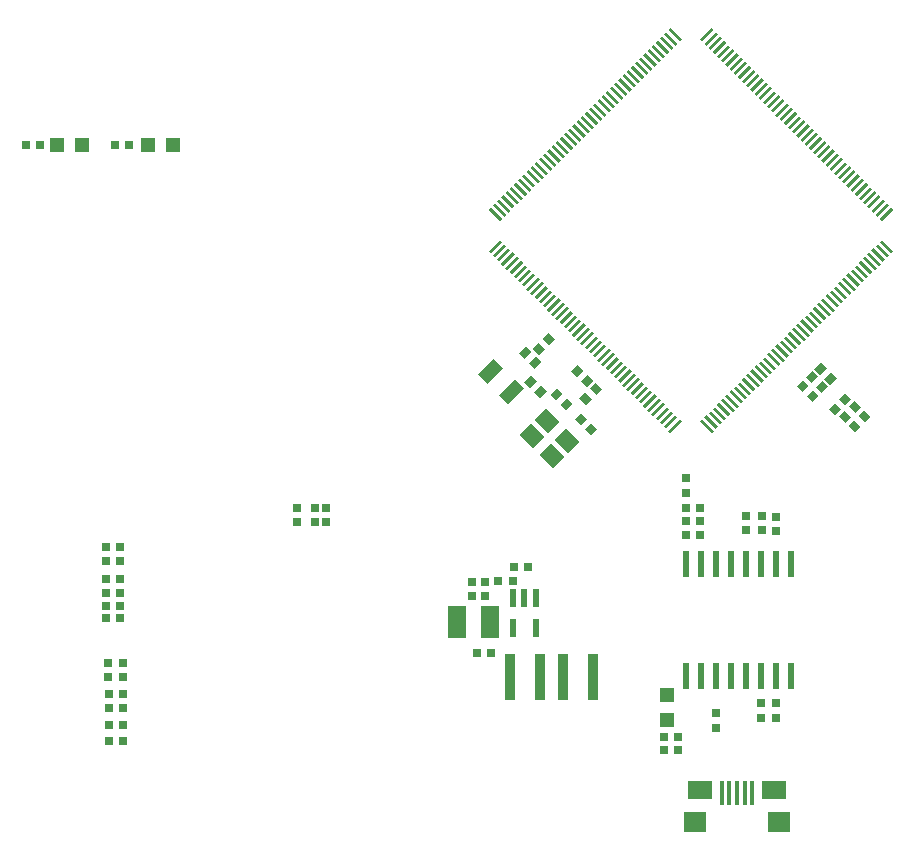
<source format=gtp>
G04 EAGLE Gerber RS-274X export*
G75*
%MOMM*%
%FSLAX34Y34*%
%LPD*%
%INSolderpaste Top*%
%IPPOS*%
%AMOC8*
5,1,8,0,0,1.08239X$1,22.5*%
G01*
%ADD10R,0.800000X0.700000*%
%ADD11R,0.400000X2.000000*%
%ADD12R,2.100000X1.600000*%
%ADD13R,1.900000X1.800000*%
%ADD14R,0.700000X0.800000*%
%ADD15R,0.609600X1.625600*%
%ADD16R,1.600000X2.700000*%
%ADD17R,0.900000X4.000000*%
%ADD18R,0.254000X1.371600*%
%ADD19R,1.900000X1.100000*%
%ADD20R,1.600000X1.400000*%
%ADD21R,1.300000X1.300000*%
%ADD22R,0.558800X2.286000*%


D10*
X665000Y278000D03*
X665000Y266000D03*
X677000Y277000D03*
X677000Y265000D03*
D11*
X631000Y43750D03*
X637500Y43750D03*
X644000Y43750D03*
X650500Y43750D03*
X657000Y43750D03*
D12*
X613000Y45750D03*
X675000Y45750D03*
D13*
X608750Y19000D03*
X679250Y19000D03*
D10*
X296100Y284800D03*
X296100Y272800D03*
X286400Y284800D03*
X286400Y272800D03*
X271100Y285000D03*
X271100Y273000D03*
D14*
X467000Y235000D03*
X455000Y235000D03*
D15*
X473500Y208446D03*
X464000Y208446D03*
X454500Y208446D03*
X454500Y183554D03*
X473500Y183554D03*
D10*
X431000Y222500D03*
X431000Y210500D03*
X420000Y222500D03*
X420000Y210500D03*
D14*
X454000Y223000D03*
X442000Y223000D03*
X436000Y162000D03*
X424000Y162000D03*
D16*
X435000Y188000D03*
X407000Y188000D03*
D17*
X477000Y142000D03*
X452000Y142000D03*
X497000Y142000D03*
X522000Y142000D03*
D18*
G36*
X435412Y500644D02*
X433616Y502440D01*
X443314Y512138D01*
X445110Y510342D01*
X435412Y500644D01*
G37*
G36*
X438948Y497108D02*
X437152Y498904D01*
X446850Y508602D01*
X448646Y506806D01*
X438948Y497108D01*
G37*
G36*
X442483Y493573D02*
X440687Y495369D01*
X450385Y505067D01*
X452181Y503271D01*
X442483Y493573D01*
G37*
G36*
X446019Y490037D02*
X444223Y491833D01*
X453921Y501531D01*
X455717Y499735D01*
X446019Y490037D01*
G37*
G36*
X449554Y486502D02*
X447758Y488298D01*
X457456Y497996D01*
X459252Y496200D01*
X449554Y486502D01*
G37*
G36*
X453090Y482966D02*
X451294Y484762D01*
X460992Y494460D01*
X462788Y492664D01*
X453090Y482966D01*
G37*
G36*
X456625Y479431D02*
X454829Y481227D01*
X464527Y490925D01*
X466323Y489129D01*
X456625Y479431D01*
G37*
G36*
X460161Y475895D02*
X458365Y477691D01*
X468063Y487389D01*
X469859Y485593D01*
X460161Y475895D01*
G37*
G36*
X463696Y472360D02*
X461900Y474156D01*
X471598Y483854D01*
X473394Y482058D01*
X463696Y472360D01*
G37*
G36*
X467232Y468824D02*
X465436Y470620D01*
X475134Y480318D01*
X476930Y478522D01*
X467232Y468824D01*
G37*
G36*
X470767Y465289D02*
X468971Y467085D01*
X478669Y476783D01*
X480465Y474987D01*
X470767Y465289D01*
G37*
G36*
X474303Y461753D02*
X472507Y463549D01*
X482205Y473247D01*
X484001Y471451D01*
X474303Y461753D01*
G37*
G36*
X477838Y458218D02*
X476042Y460014D01*
X485740Y469712D01*
X487536Y467916D01*
X477838Y458218D01*
G37*
G36*
X481374Y454682D02*
X479578Y456478D01*
X489276Y466176D01*
X491072Y464380D01*
X481374Y454682D01*
G37*
G36*
X484910Y451147D02*
X483114Y452943D01*
X492812Y462641D01*
X494608Y460845D01*
X484910Y451147D01*
G37*
G36*
X488445Y447611D02*
X486649Y449407D01*
X496347Y459105D01*
X498143Y457309D01*
X488445Y447611D01*
G37*
G36*
X491981Y444075D02*
X490185Y445871D01*
X499883Y455569D01*
X501679Y453773D01*
X491981Y444075D01*
G37*
G36*
X495516Y440540D02*
X493720Y442336D01*
X503418Y452034D01*
X505214Y450238D01*
X495516Y440540D01*
G37*
G36*
X499052Y437004D02*
X497256Y438800D01*
X506954Y448498D01*
X508750Y446702D01*
X499052Y437004D01*
G37*
G36*
X502587Y433469D02*
X500791Y435265D01*
X510489Y444963D01*
X512285Y443167D01*
X502587Y433469D01*
G37*
G36*
X506123Y429933D02*
X504327Y431729D01*
X514025Y441427D01*
X515821Y439631D01*
X506123Y429933D01*
G37*
G36*
X509658Y426398D02*
X507862Y428194D01*
X517560Y437892D01*
X519356Y436096D01*
X509658Y426398D01*
G37*
G36*
X513194Y422862D02*
X511398Y424658D01*
X521096Y434356D01*
X522892Y432560D01*
X513194Y422862D01*
G37*
G36*
X516729Y419327D02*
X514933Y421123D01*
X524631Y430821D01*
X526427Y429025D01*
X516729Y419327D01*
G37*
G36*
X520265Y415791D02*
X518469Y417587D01*
X528167Y427285D01*
X529963Y425489D01*
X520265Y415791D01*
G37*
G36*
X523800Y412256D02*
X522004Y414052D01*
X531702Y423750D01*
X533498Y421954D01*
X523800Y412256D01*
G37*
G36*
X527336Y408720D02*
X525540Y410516D01*
X535238Y420214D01*
X537034Y418418D01*
X527336Y408720D01*
G37*
G36*
X530871Y405185D02*
X529075Y406981D01*
X538773Y416679D01*
X540569Y414883D01*
X530871Y405185D01*
G37*
G36*
X534407Y401649D02*
X532611Y403445D01*
X542309Y413143D01*
X544105Y411347D01*
X534407Y401649D01*
G37*
G36*
X537943Y398114D02*
X536147Y399910D01*
X545845Y409608D01*
X547641Y407812D01*
X537943Y398114D01*
G37*
G36*
X541478Y394578D02*
X539682Y396374D01*
X549380Y406072D01*
X551176Y404276D01*
X541478Y394578D01*
G37*
G36*
X545014Y391042D02*
X543218Y392838D01*
X552916Y402536D01*
X554712Y400740D01*
X545014Y391042D01*
G37*
G36*
X548549Y387507D02*
X546753Y389303D01*
X556451Y399001D01*
X558247Y397205D01*
X548549Y387507D01*
G37*
G36*
X552085Y383971D02*
X550289Y385767D01*
X559987Y395465D01*
X561783Y393669D01*
X552085Y383971D01*
G37*
G36*
X555620Y380436D02*
X553824Y382232D01*
X563522Y391930D01*
X565318Y390134D01*
X555620Y380436D01*
G37*
G36*
X559156Y376900D02*
X557360Y378696D01*
X567058Y388394D01*
X568854Y386598D01*
X559156Y376900D01*
G37*
G36*
X562691Y373365D02*
X560895Y375161D01*
X570593Y384859D01*
X572389Y383063D01*
X562691Y373365D01*
G37*
G36*
X566227Y369829D02*
X564431Y371625D01*
X574129Y381323D01*
X575925Y379527D01*
X566227Y369829D01*
G37*
G36*
X569762Y366294D02*
X567966Y368090D01*
X577664Y377788D01*
X579460Y375992D01*
X569762Y366294D01*
G37*
G36*
X573298Y362758D02*
X571502Y364554D01*
X581200Y374252D01*
X582996Y372456D01*
X573298Y362758D01*
G37*
G36*
X576833Y359223D02*
X575037Y361019D01*
X584735Y370717D01*
X586531Y368921D01*
X576833Y359223D01*
G37*
G36*
X580369Y355687D02*
X578573Y357483D01*
X588271Y367181D01*
X590067Y365385D01*
X580369Y355687D01*
G37*
G36*
X583904Y352152D02*
X582108Y353948D01*
X591806Y363646D01*
X593602Y361850D01*
X583904Y352152D01*
G37*
G36*
X587440Y348616D02*
X585644Y350412D01*
X595342Y360110D01*
X597138Y358314D01*
X587440Y348616D01*
G37*
G36*
X612862Y358314D02*
X614658Y360110D01*
X624356Y350412D01*
X622560Y348616D01*
X612862Y358314D01*
G37*
G36*
X616398Y361850D02*
X618194Y363646D01*
X627892Y353948D01*
X626096Y352152D01*
X616398Y361850D01*
G37*
G36*
X619933Y365385D02*
X621729Y367181D01*
X631427Y357483D01*
X629631Y355687D01*
X619933Y365385D01*
G37*
G36*
X623469Y368921D02*
X625265Y370717D01*
X634963Y361019D01*
X633167Y359223D01*
X623469Y368921D01*
G37*
G36*
X627004Y372456D02*
X628800Y374252D01*
X638498Y364554D01*
X636702Y362758D01*
X627004Y372456D01*
G37*
G36*
X630540Y375992D02*
X632336Y377788D01*
X642034Y368090D01*
X640238Y366294D01*
X630540Y375992D01*
G37*
G36*
X634075Y379527D02*
X635871Y381323D01*
X645569Y371625D01*
X643773Y369829D01*
X634075Y379527D01*
G37*
G36*
X637611Y383063D02*
X639407Y384859D01*
X649105Y375161D01*
X647309Y373365D01*
X637611Y383063D01*
G37*
G36*
X641146Y386598D02*
X642942Y388394D01*
X652640Y378696D01*
X650844Y376900D01*
X641146Y386598D01*
G37*
G36*
X644682Y390134D02*
X646478Y391930D01*
X656176Y382232D01*
X654380Y380436D01*
X644682Y390134D01*
G37*
G36*
X648217Y393669D02*
X650013Y395465D01*
X659711Y385767D01*
X657915Y383971D01*
X648217Y393669D01*
G37*
G36*
X651753Y397205D02*
X653549Y399001D01*
X663247Y389303D01*
X661451Y387507D01*
X651753Y397205D01*
G37*
G36*
X655288Y400740D02*
X657084Y402536D01*
X666782Y392838D01*
X664986Y391042D01*
X655288Y400740D01*
G37*
G36*
X658824Y404276D02*
X660620Y406072D01*
X670318Y396374D01*
X668522Y394578D01*
X658824Y404276D01*
G37*
G36*
X662359Y407812D02*
X664155Y409608D01*
X673853Y399910D01*
X672057Y398114D01*
X662359Y407812D01*
G37*
G36*
X665895Y411347D02*
X667691Y413143D01*
X677389Y403445D01*
X675593Y401649D01*
X665895Y411347D01*
G37*
G36*
X669431Y414883D02*
X671227Y416679D01*
X680925Y406981D01*
X679129Y405185D01*
X669431Y414883D01*
G37*
G36*
X672966Y418418D02*
X674762Y420214D01*
X684460Y410516D01*
X682664Y408720D01*
X672966Y418418D01*
G37*
G36*
X676502Y421954D02*
X678298Y423750D01*
X687996Y414052D01*
X686200Y412256D01*
X676502Y421954D01*
G37*
G36*
X680037Y425489D02*
X681833Y427285D01*
X691531Y417587D01*
X689735Y415791D01*
X680037Y425489D01*
G37*
G36*
X683573Y429025D02*
X685369Y430821D01*
X695067Y421123D01*
X693271Y419327D01*
X683573Y429025D01*
G37*
G36*
X687108Y432560D02*
X688904Y434356D01*
X698602Y424658D01*
X696806Y422862D01*
X687108Y432560D01*
G37*
G36*
X690644Y436096D02*
X692440Y437892D01*
X702138Y428194D01*
X700342Y426398D01*
X690644Y436096D01*
G37*
G36*
X694179Y439631D02*
X695975Y441427D01*
X705673Y431729D01*
X703877Y429933D01*
X694179Y439631D01*
G37*
G36*
X697715Y443167D02*
X699511Y444963D01*
X709209Y435265D01*
X707413Y433469D01*
X697715Y443167D01*
G37*
G36*
X701250Y446702D02*
X703046Y448498D01*
X712744Y438800D01*
X710948Y437004D01*
X701250Y446702D01*
G37*
G36*
X704786Y450238D02*
X706582Y452034D01*
X716280Y442336D01*
X714484Y440540D01*
X704786Y450238D01*
G37*
G36*
X708321Y453773D02*
X710117Y455569D01*
X719815Y445871D01*
X718019Y444075D01*
X708321Y453773D01*
G37*
G36*
X711857Y457309D02*
X713653Y459105D01*
X723351Y449407D01*
X721555Y447611D01*
X711857Y457309D01*
G37*
G36*
X715392Y460845D02*
X717188Y462641D01*
X726886Y452943D01*
X725090Y451147D01*
X715392Y460845D01*
G37*
G36*
X718928Y464380D02*
X720724Y466176D01*
X730422Y456478D01*
X728626Y454682D01*
X718928Y464380D01*
G37*
G36*
X722464Y467916D02*
X724260Y469712D01*
X733958Y460014D01*
X732162Y458218D01*
X722464Y467916D01*
G37*
G36*
X725999Y471451D02*
X727795Y473247D01*
X737493Y463549D01*
X735697Y461753D01*
X725999Y471451D01*
G37*
G36*
X729535Y474987D02*
X731331Y476783D01*
X741029Y467085D01*
X739233Y465289D01*
X729535Y474987D01*
G37*
G36*
X733070Y478522D02*
X734866Y480318D01*
X744564Y470620D01*
X742768Y468824D01*
X733070Y478522D01*
G37*
G36*
X736606Y482058D02*
X738402Y483854D01*
X748100Y474156D01*
X746304Y472360D01*
X736606Y482058D01*
G37*
G36*
X740141Y485593D02*
X741937Y487389D01*
X751635Y477691D01*
X749839Y475895D01*
X740141Y485593D01*
G37*
G36*
X743677Y489129D02*
X745473Y490925D01*
X755171Y481227D01*
X753375Y479431D01*
X743677Y489129D01*
G37*
G36*
X747212Y492664D02*
X749008Y494460D01*
X758706Y484762D01*
X756910Y482966D01*
X747212Y492664D01*
G37*
G36*
X750748Y496200D02*
X752544Y497996D01*
X762242Y488298D01*
X760446Y486502D01*
X750748Y496200D01*
G37*
G36*
X754283Y499735D02*
X756079Y501531D01*
X765777Y491833D01*
X763981Y490037D01*
X754283Y499735D01*
G37*
G36*
X757819Y503271D02*
X759615Y505067D01*
X769313Y495369D01*
X767517Y493573D01*
X757819Y503271D01*
G37*
G36*
X761354Y506806D02*
X763150Y508602D01*
X772848Y498904D01*
X771052Y497108D01*
X761354Y506806D01*
G37*
G36*
X764890Y510342D02*
X766686Y512138D01*
X776384Y502440D01*
X774588Y500644D01*
X764890Y510342D01*
G37*
G36*
X766686Y527862D02*
X764890Y529658D01*
X774588Y539356D01*
X776384Y537560D01*
X766686Y527862D01*
G37*
G36*
X763150Y531398D02*
X761354Y533194D01*
X771052Y542892D01*
X772848Y541096D01*
X763150Y531398D01*
G37*
G36*
X759615Y534933D02*
X757819Y536729D01*
X767517Y546427D01*
X769313Y544631D01*
X759615Y534933D01*
G37*
G36*
X756079Y538469D02*
X754283Y540265D01*
X763981Y549963D01*
X765777Y548167D01*
X756079Y538469D01*
G37*
G36*
X752544Y542004D02*
X750748Y543800D01*
X760446Y553498D01*
X762242Y551702D01*
X752544Y542004D01*
G37*
G36*
X749008Y545540D02*
X747212Y547336D01*
X756910Y557034D01*
X758706Y555238D01*
X749008Y545540D01*
G37*
G36*
X745473Y549075D02*
X743677Y550871D01*
X753375Y560569D01*
X755171Y558773D01*
X745473Y549075D01*
G37*
G36*
X741937Y552611D02*
X740141Y554407D01*
X749839Y564105D01*
X751635Y562309D01*
X741937Y552611D01*
G37*
G36*
X738402Y556146D02*
X736606Y557942D01*
X746304Y567640D01*
X748100Y565844D01*
X738402Y556146D01*
G37*
G36*
X734866Y559682D02*
X733070Y561478D01*
X742768Y571176D01*
X744564Y569380D01*
X734866Y559682D01*
G37*
G36*
X731331Y563217D02*
X729535Y565013D01*
X739233Y574711D01*
X741029Y572915D01*
X731331Y563217D01*
G37*
G36*
X727795Y566753D02*
X725999Y568549D01*
X735697Y578247D01*
X737493Y576451D01*
X727795Y566753D01*
G37*
G36*
X724260Y570288D02*
X722464Y572084D01*
X732162Y581782D01*
X733958Y579986D01*
X724260Y570288D01*
G37*
G36*
X720724Y573824D02*
X718928Y575620D01*
X728626Y585318D01*
X730422Y583522D01*
X720724Y573824D01*
G37*
G36*
X717188Y577359D02*
X715392Y579155D01*
X725090Y588853D01*
X726886Y587057D01*
X717188Y577359D01*
G37*
G36*
X713653Y580895D02*
X711857Y582691D01*
X721555Y592389D01*
X723351Y590593D01*
X713653Y580895D01*
G37*
G36*
X710117Y584431D02*
X708321Y586227D01*
X718019Y595925D01*
X719815Y594129D01*
X710117Y584431D01*
G37*
G36*
X706582Y587966D02*
X704786Y589762D01*
X714484Y599460D01*
X716280Y597664D01*
X706582Y587966D01*
G37*
G36*
X703046Y591502D02*
X701250Y593298D01*
X710948Y602996D01*
X712744Y601200D01*
X703046Y591502D01*
G37*
G36*
X699511Y595037D02*
X697715Y596833D01*
X707413Y606531D01*
X709209Y604735D01*
X699511Y595037D01*
G37*
G36*
X695975Y598573D02*
X694179Y600369D01*
X703877Y610067D01*
X705673Y608271D01*
X695975Y598573D01*
G37*
G36*
X692440Y602108D02*
X690644Y603904D01*
X700342Y613602D01*
X702138Y611806D01*
X692440Y602108D01*
G37*
G36*
X688904Y605644D02*
X687108Y607440D01*
X696806Y617138D01*
X698602Y615342D01*
X688904Y605644D01*
G37*
G36*
X685369Y609179D02*
X683573Y610975D01*
X693271Y620673D01*
X695067Y618877D01*
X685369Y609179D01*
G37*
G36*
X681833Y612715D02*
X680037Y614511D01*
X689735Y624209D01*
X691531Y622413D01*
X681833Y612715D01*
G37*
G36*
X678298Y616250D02*
X676502Y618046D01*
X686200Y627744D01*
X687996Y625948D01*
X678298Y616250D01*
G37*
G36*
X674762Y619786D02*
X672966Y621582D01*
X682664Y631280D01*
X684460Y629484D01*
X674762Y619786D01*
G37*
G36*
X671227Y623321D02*
X669431Y625117D01*
X679129Y634815D01*
X680925Y633019D01*
X671227Y623321D01*
G37*
G36*
X667691Y626857D02*
X665895Y628653D01*
X675593Y638351D01*
X677389Y636555D01*
X667691Y626857D01*
G37*
G36*
X664155Y630392D02*
X662359Y632188D01*
X672057Y641886D01*
X673853Y640090D01*
X664155Y630392D01*
G37*
G36*
X660620Y633928D02*
X658824Y635724D01*
X668522Y645422D01*
X670318Y643626D01*
X660620Y633928D01*
G37*
G36*
X657084Y637464D02*
X655288Y639260D01*
X664986Y648958D01*
X666782Y647162D01*
X657084Y637464D01*
G37*
G36*
X653549Y640999D02*
X651753Y642795D01*
X661451Y652493D01*
X663247Y650697D01*
X653549Y640999D01*
G37*
G36*
X650013Y644535D02*
X648217Y646331D01*
X657915Y656029D01*
X659711Y654233D01*
X650013Y644535D01*
G37*
G36*
X646478Y648070D02*
X644682Y649866D01*
X654380Y659564D01*
X656176Y657768D01*
X646478Y648070D01*
G37*
G36*
X642942Y651606D02*
X641146Y653402D01*
X650844Y663100D01*
X652640Y661304D01*
X642942Y651606D01*
G37*
G36*
X639407Y655141D02*
X637611Y656937D01*
X647309Y666635D01*
X649105Y664839D01*
X639407Y655141D01*
G37*
G36*
X635871Y658677D02*
X634075Y660473D01*
X643773Y670171D01*
X645569Y668375D01*
X635871Y658677D01*
G37*
G36*
X632336Y662212D02*
X630540Y664008D01*
X640238Y673706D01*
X642034Y671910D01*
X632336Y662212D01*
G37*
G36*
X628800Y665748D02*
X627004Y667544D01*
X636702Y677242D01*
X638498Y675446D01*
X628800Y665748D01*
G37*
G36*
X625265Y669283D02*
X623469Y671079D01*
X633167Y680777D01*
X634963Y678981D01*
X625265Y669283D01*
G37*
G36*
X621729Y672819D02*
X619933Y674615D01*
X629631Y684313D01*
X631427Y682517D01*
X621729Y672819D01*
G37*
G36*
X618194Y676354D02*
X616398Y678150D01*
X626096Y687848D01*
X627892Y686052D01*
X618194Y676354D01*
G37*
G36*
X614658Y679890D02*
X612862Y681686D01*
X622560Y691384D01*
X624356Y689588D01*
X614658Y679890D01*
G37*
G36*
X585644Y689588D02*
X587440Y691384D01*
X597138Y681686D01*
X595342Y679890D01*
X585644Y689588D01*
G37*
G36*
X582108Y686052D02*
X583904Y687848D01*
X593602Y678150D01*
X591806Y676354D01*
X582108Y686052D01*
G37*
G36*
X578573Y682517D02*
X580369Y684313D01*
X590067Y674615D01*
X588271Y672819D01*
X578573Y682517D01*
G37*
G36*
X575037Y678981D02*
X576833Y680777D01*
X586531Y671079D01*
X584735Y669283D01*
X575037Y678981D01*
G37*
G36*
X571502Y675446D02*
X573298Y677242D01*
X582996Y667544D01*
X581200Y665748D01*
X571502Y675446D01*
G37*
G36*
X567966Y671910D02*
X569762Y673706D01*
X579460Y664008D01*
X577664Y662212D01*
X567966Y671910D01*
G37*
G36*
X564431Y668375D02*
X566227Y670171D01*
X575925Y660473D01*
X574129Y658677D01*
X564431Y668375D01*
G37*
G36*
X560895Y664839D02*
X562691Y666635D01*
X572389Y656937D01*
X570593Y655141D01*
X560895Y664839D01*
G37*
G36*
X557360Y661304D02*
X559156Y663100D01*
X568854Y653402D01*
X567058Y651606D01*
X557360Y661304D01*
G37*
G36*
X553824Y657768D02*
X555620Y659564D01*
X565318Y649866D01*
X563522Y648070D01*
X553824Y657768D01*
G37*
G36*
X550289Y654233D02*
X552085Y656029D01*
X561783Y646331D01*
X559987Y644535D01*
X550289Y654233D01*
G37*
G36*
X546753Y650697D02*
X548549Y652493D01*
X558247Y642795D01*
X556451Y640999D01*
X546753Y650697D01*
G37*
G36*
X543218Y647162D02*
X545014Y648958D01*
X554712Y639260D01*
X552916Y637464D01*
X543218Y647162D01*
G37*
G36*
X539682Y643626D02*
X541478Y645422D01*
X551176Y635724D01*
X549380Y633928D01*
X539682Y643626D01*
G37*
G36*
X536147Y640090D02*
X537943Y641886D01*
X547641Y632188D01*
X545845Y630392D01*
X536147Y640090D01*
G37*
G36*
X532611Y636555D02*
X534407Y638351D01*
X544105Y628653D01*
X542309Y626857D01*
X532611Y636555D01*
G37*
G36*
X529075Y633019D02*
X530871Y634815D01*
X540569Y625117D01*
X538773Y623321D01*
X529075Y633019D01*
G37*
G36*
X525540Y629484D02*
X527336Y631280D01*
X537034Y621582D01*
X535238Y619786D01*
X525540Y629484D01*
G37*
G36*
X522004Y625948D02*
X523800Y627744D01*
X533498Y618046D01*
X531702Y616250D01*
X522004Y625948D01*
G37*
G36*
X518469Y622413D02*
X520265Y624209D01*
X529963Y614511D01*
X528167Y612715D01*
X518469Y622413D01*
G37*
G36*
X514933Y618877D02*
X516729Y620673D01*
X526427Y610975D01*
X524631Y609179D01*
X514933Y618877D01*
G37*
G36*
X511398Y615342D02*
X513194Y617138D01*
X522892Y607440D01*
X521096Y605644D01*
X511398Y615342D01*
G37*
G36*
X507862Y611806D02*
X509658Y613602D01*
X519356Y603904D01*
X517560Y602108D01*
X507862Y611806D01*
G37*
G36*
X504327Y608271D02*
X506123Y610067D01*
X515821Y600369D01*
X514025Y598573D01*
X504327Y608271D01*
G37*
G36*
X500791Y604735D02*
X502587Y606531D01*
X512285Y596833D01*
X510489Y595037D01*
X500791Y604735D01*
G37*
G36*
X497256Y601200D02*
X499052Y602996D01*
X508750Y593298D01*
X506954Y591502D01*
X497256Y601200D01*
G37*
G36*
X493720Y597664D02*
X495516Y599460D01*
X505214Y589762D01*
X503418Y587966D01*
X493720Y597664D01*
G37*
G36*
X490185Y594129D02*
X491981Y595925D01*
X501679Y586227D01*
X499883Y584431D01*
X490185Y594129D01*
G37*
G36*
X486649Y590593D02*
X488445Y592389D01*
X498143Y582691D01*
X496347Y580895D01*
X486649Y590593D01*
G37*
G36*
X483114Y587057D02*
X484910Y588853D01*
X494608Y579155D01*
X492812Y577359D01*
X483114Y587057D01*
G37*
G36*
X479578Y583522D02*
X481374Y585318D01*
X491072Y575620D01*
X489276Y573824D01*
X479578Y583522D01*
G37*
G36*
X476042Y579986D02*
X477838Y581782D01*
X487536Y572084D01*
X485740Y570288D01*
X476042Y579986D01*
G37*
G36*
X472507Y576451D02*
X474303Y578247D01*
X484001Y568549D01*
X482205Y566753D01*
X472507Y576451D01*
G37*
G36*
X468971Y572915D02*
X470767Y574711D01*
X480465Y565013D01*
X478669Y563217D01*
X468971Y572915D01*
G37*
G36*
X465436Y569380D02*
X467232Y571176D01*
X476930Y561478D01*
X475134Y559682D01*
X465436Y569380D01*
G37*
G36*
X461900Y565844D02*
X463696Y567640D01*
X473394Y557942D01*
X471598Y556146D01*
X461900Y565844D01*
G37*
G36*
X458365Y562309D02*
X460161Y564105D01*
X469859Y554407D01*
X468063Y552611D01*
X458365Y562309D01*
G37*
G36*
X454829Y558773D02*
X456625Y560569D01*
X466323Y550871D01*
X464527Y549075D01*
X454829Y558773D01*
G37*
G36*
X451294Y555238D02*
X453090Y557034D01*
X462788Y547336D01*
X460992Y545540D01*
X451294Y555238D01*
G37*
G36*
X447758Y551702D02*
X449554Y553498D01*
X459252Y543800D01*
X457456Y542004D01*
X447758Y551702D01*
G37*
G36*
X444223Y548167D02*
X446019Y549963D01*
X455717Y540265D01*
X453921Y538469D01*
X444223Y548167D01*
G37*
G36*
X440687Y544631D02*
X442483Y546427D01*
X452181Y536729D01*
X450385Y534933D01*
X440687Y544631D01*
G37*
G36*
X437152Y541096D02*
X438948Y542892D01*
X448646Y533194D01*
X446850Y531398D01*
X437152Y541096D01*
G37*
G36*
X433616Y537560D02*
X435412Y539356D01*
X445110Y529658D01*
X443314Y527862D01*
X433616Y537560D01*
G37*
D10*
G36*
X705097Y388589D02*
X699441Y382933D01*
X694491Y387883D01*
X700147Y393539D01*
X705097Y388589D01*
G37*
G36*
X713582Y380104D02*
X707926Y374448D01*
X702976Y379398D01*
X708632Y385054D01*
X713582Y380104D01*
G37*
G36*
X484871Y422671D02*
X479215Y428327D01*
X484165Y433277D01*
X489821Y427621D01*
X484871Y422671D01*
G37*
G36*
X476386Y414186D02*
X470730Y419842D01*
X475680Y424792D01*
X481336Y419136D01*
X476386Y414186D01*
G37*
G36*
X467773Y407826D02*
X473429Y413482D01*
X478379Y408532D01*
X472723Y402876D01*
X467773Y407826D01*
G37*
G36*
X459288Y416311D02*
X464944Y421967D01*
X469894Y417017D01*
X464238Y411361D01*
X459288Y416311D01*
G37*
G36*
X474308Y392256D02*
X468652Y386600D01*
X463702Y391550D01*
X469358Y397206D01*
X474308Y392256D01*
G37*
G36*
X482794Y383770D02*
X477138Y378114D01*
X472188Y383064D01*
X477844Y388720D01*
X482794Y383770D01*
G37*
D19*
G36*
X445840Y403651D02*
X432406Y390217D01*
X424628Y397995D01*
X438062Y411429D01*
X445840Y403651D01*
G37*
G36*
X463517Y385973D02*
X450083Y372539D01*
X442305Y380317D01*
X455739Y393751D01*
X463517Y385973D01*
G37*
D20*
G36*
X483670Y348144D02*
X472357Y359457D01*
X482256Y369356D01*
X493569Y358043D01*
X483670Y348144D01*
G37*
G36*
X470942Y335416D02*
X459629Y346729D01*
X469528Y356628D01*
X480841Y345315D01*
X470942Y335416D01*
G37*
G36*
X487913Y318446D02*
X476600Y329759D01*
X486499Y339658D01*
X497812Y328345D01*
X487913Y318446D01*
G37*
G36*
X500641Y331174D02*
X489328Y342487D01*
X499227Y352386D01*
X510540Y341073D01*
X500641Y331174D01*
G37*
D10*
G36*
X494681Y372420D02*
X500337Y378076D01*
X505287Y373126D01*
X499631Y367470D01*
X494681Y372420D01*
G37*
G36*
X486196Y380905D02*
X491852Y386561D01*
X496802Y381611D01*
X491146Y375955D01*
X486196Y380905D01*
G37*
G36*
X517227Y360603D02*
X511571Y354947D01*
X506621Y359897D01*
X512277Y365553D01*
X517227Y360603D01*
G37*
G36*
X525712Y352117D02*
X520056Y346461D01*
X515106Y351411D01*
X520762Y357067D01*
X525712Y352117D01*
G37*
G36*
X717689Y394025D02*
X723345Y399681D01*
X728295Y394731D01*
X722639Y389075D01*
X717689Y394025D01*
G37*
G36*
X709204Y402510D02*
X714860Y408166D01*
X719810Y403216D01*
X714154Y397560D01*
X709204Y402510D01*
G37*
G36*
X710775Y387110D02*
X716431Y392766D01*
X721381Y387816D01*
X715725Y382160D01*
X710775Y387110D01*
G37*
G36*
X702289Y395596D02*
X707945Y401252D01*
X712895Y396302D01*
X707239Y390646D01*
X702289Y395596D01*
G37*
G36*
X744336Y365282D02*
X738680Y370938D01*
X743630Y375888D01*
X749286Y370232D01*
X744336Y365282D01*
G37*
G36*
X735850Y356797D02*
X730194Y362453D01*
X735144Y367403D01*
X740800Y361747D01*
X735850Y356797D01*
G37*
G36*
X735771Y371927D02*
X730115Y377583D01*
X735065Y382533D01*
X740721Y376877D01*
X735771Y371927D01*
G37*
G36*
X727285Y363442D02*
X721629Y369098D01*
X726579Y374048D01*
X732235Y368392D01*
X727285Y363442D01*
G37*
G36*
X514128Y401206D02*
X508472Y395550D01*
X503522Y400500D01*
X509178Y406156D01*
X514128Y401206D01*
G37*
G36*
X522613Y392721D02*
X516957Y387065D01*
X512007Y392015D01*
X517663Y397671D01*
X522613Y392721D01*
G37*
G36*
X743050Y359451D02*
X748706Y353795D01*
X743756Y348845D01*
X738100Y354501D01*
X743050Y359451D01*
G37*
G36*
X751535Y367936D02*
X757191Y362280D01*
X752241Y357330D01*
X746585Y362986D01*
X751535Y367936D01*
G37*
G36*
X515590Y382620D02*
X521246Y376964D01*
X516296Y372014D01*
X510640Y377670D01*
X515590Y382620D01*
G37*
G36*
X524075Y391106D02*
X529731Y385450D01*
X524781Y380500D01*
X519125Y386156D01*
X524075Y391106D01*
G37*
D14*
X117000Y592000D03*
X129000Y592000D03*
D21*
X166500Y592000D03*
X145500Y592000D03*
D14*
X42000Y592000D03*
X54000Y592000D03*
D21*
X89500Y592000D03*
X68500Y592000D03*
D10*
X124000Y115400D03*
X124000Y127400D03*
D14*
X112000Y87500D03*
X124000Y87500D03*
D10*
X124200Y141400D03*
X124200Y153400D03*
X111200Y153400D03*
X111200Y141400D03*
D14*
X112000Y101300D03*
X124000Y101300D03*
D10*
X111900Y127600D03*
X111900Y115600D03*
X121500Y212500D03*
X121500Y224500D03*
D14*
X109800Y192000D03*
X121800Y192000D03*
D10*
X121300Y239700D03*
X121300Y251700D03*
X109600Y251600D03*
X109600Y239600D03*
D14*
X109700Y201900D03*
X121700Y201900D03*
D10*
X109600Y224500D03*
X109600Y212500D03*
D22*
X600550Y142629D03*
X613250Y142629D03*
X625950Y142629D03*
X638650Y142629D03*
X651350Y142629D03*
X664050Y142629D03*
X676750Y142629D03*
X689450Y142629D03*
X689450Y237371D03*
X676750Y237371D03*
X664050Y237371D03*
X651350Y237371D03*
X638650Y237371D03*
X625950Y237371D03*
X613250Y237371D03*
X600550Y237371D03*
D10*
X676700Y119500D03*
X676700Y107500D03*
X664000Y119400D03*
X664000Y107400D03*
X626000Y111000D03*
X626000Y99000D03*
D14*
X594000Y80000D03*
X582000Y80000D03*
X612900Y274000D03*
X600900Y274000D03*
D10*
X652000Y278000D03*
X652000Y266000D03*
X600900Y309900D03*
X600900Y297900D03*
D14*
X612700Y262000D03*
X600700Y262000D03*
X600900Y284900D03*
X612900Y284900D03*
D21*
X585000Y126500D03*
X585000Y105500D03*
D14*
X582000Y91000D03*
X594000Y91000D03*
M02*

</source>
